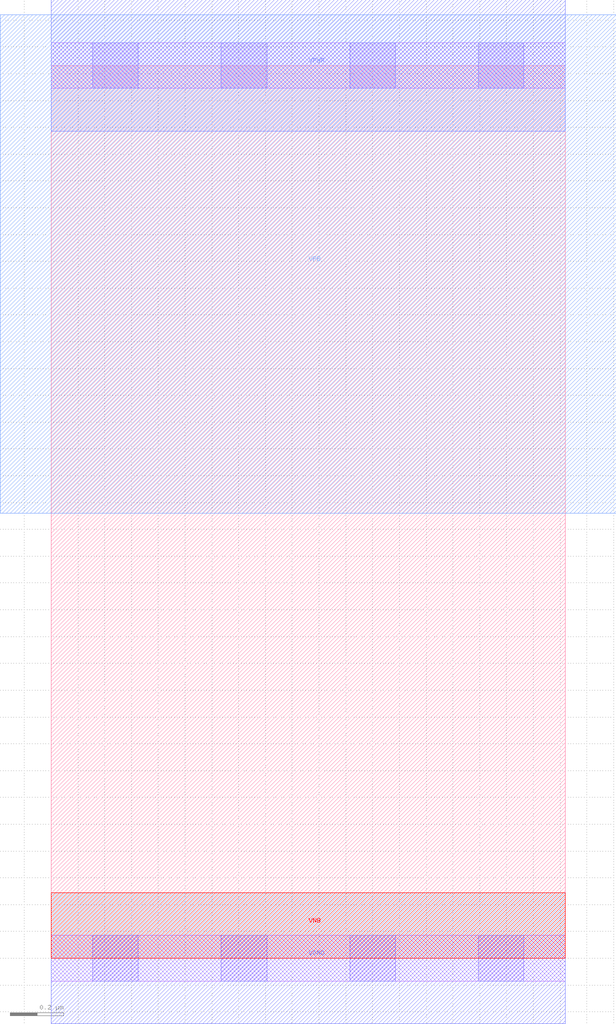
<source format=lef>
# Copyright 2020 The SkyWater PDK Authors
#
# Licensed under the Apache License, Version 2.0 (the "License");
# you may not use this file except in compliance with the License.
# You may obtain a copy of the License at
#
#     https://www.apache.org/licenses/LICENSE-2.0
#
# Unless required by applicable law or agreed to in writing, software
# distributed under the License is distributed on an "AS IS" BASIS,
# WITHOUT WARRANTIES OR CONDITIONS OF ANY KIND, either express or implied.
# See the License for the specific language governing permissions and
# limitations under the License.
#
# SPDX-License-Identifier: Apache-2.0

VERSION 5.7 ;
  NOWIREEXTENSIONATPIN ON ;
  DIVIDERCHAR "/" ;
  BUSBITCHARS "[]" ;
MACRO sky130_fd_sc_ls__fill_4
  CLASS CORE SPACER ;
  FOREIGN sky130_fd_sc_ls__fill_4 ;
  ORIGIN  0.000000  0.000000 ;
  SIZE  1.920000 BY  3.330000 ;
  SYMMETRY X Y ;
  SITE unit ;
  PIN VGND
    DIRECTION INOUT ;
    SHAPE ABUTMENT ;
    USE GROUND ;
    PORT
      LAYER met1 ;
        RECT 0.000000 -0.245000 1.920000 0.245000 ;
    END
  END VGND
  PIN VNB
    DIRECTION INOUT ;
    USE GROUND ;
    PORT
      LAYER pwell ;
        RECT 0.000000 0.000000 1.920000 0.245000 ;
    END
  END VNB
  PIN VPB
    DIRECTION INOUT ;
    USE POWER ;
    PORT
      LAYER nwell ;
        RECT -0.190000 1.660000 2.110000 3.520000 ;
    END
  END VPB
  PIN VPWR
    DIRECTION INOUT ;
    SHAPE ABUTMENT ;
    USE POWER ;
    PORT
      LAYER met1 ;
        RECT 0.000000 3.085000 1.920000 3.575000 ;
    END
  END VPWR
  OBS
    LAYER li1 ;
      RECT 0.000000 -0.085000 1.920000 0.085000 ;
      RECT 0.000000  3.245000 1.920000 3.415000 ;
    LAYER mcon ;
      RECT 0.155000 -0.085000 0.325000 0.085000 ;
      RECT 0.155000  3.245000 0.325000 3.415000 ;
      RECT 0.635000 -0.085000 0.805000 0.085000 ;
      RECT 0.635000  3.245000 0.805000 3.415000 ;
      RECT 1.115000 -0.085000 1.285000 0.085000 ;
      RECT 1.115000  3.245000 1.285000 3.415000 ;
      RECT 1.595000 -0.085000 1.765000 0.085000 ;
      RECT 1.595000  3.245000 1.765000 3.415000 ;
  END
END sky130_fd_sc_ls__fill_4
END LIBRARY

</source>
